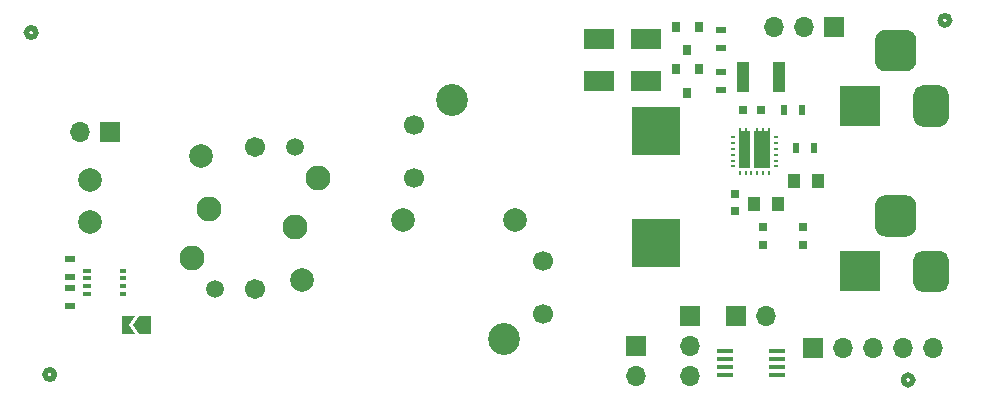
<source format=gts>
G04 #@! TF.GenerationSoftware,KiCad,Pcbnew,(5.1.6-0-10_14)*
G04 #@! TF.CreationDate,2021-10-29T19:35:58+09:00*
G04 #@! TF.ProjectId,peltier+relay,70656c74-6965-4722-9b72-656c61792e6b,rev?*
G04 #@! TF.SameCoordinates,Original*
G04 #@! TF.FileFunction,Soldermask,Top*
G04 #@! TF.FilePolarity,Negative*
%FSLAX46Y46*%
G04 Gerber Fmt 4.6, Leading zero omitted, Abs format (unit mm)*
G04 Created by KiCad (PCBNEW (5.1.6-0-10_14)) date 2021-10-29 19:35:58*
%MOMM*%
%LPD*%
G01*
G04 APERTURE LIST*
%ADD10C,0.475000*%
%ADD11C,0.100000*%
%ADD12O,1.700000X1.700000*%
%ADD13R,1.700000X1.700000*%
%ADD14R,2.500000X1.800000*%
%ADD15C,2.000000*%
%ADD16R,3.500000X3.500000*%
%ADD17C,2.700000*%
%ADD18C,1.700000*%
%ADD19C,2.108200*%
%ADD20C,2.006600*%
%ADD21C,1.701800*%
%ADD22C,1.498600*%
%ADD23R,4.100000X4.100000*%
%ADD24R,0.700000X0.420000*%
%ADD25R,0.540000X0.420000*%
%ADD26R,0.800000X0.900000*%
%ADD27R,0.450000X0.250000*%
%ADD28R,0.250000X0.450000*%
%ADD29R,1.450000X0.450000*%
%ADD30R,1.450000X0.400000*%
%ADD31R,1.000000X1.250000*%
%ADD32R,0.750000X0.800000*%
%ADD33R,0.800000X0.750000*%
%ADD34R,1.000000X2.500000*%
%ADD35R,0.900000X0.500000*%
%ADD36R,0.500000X0.900000*%
G04 APERTURE END LIST*
D10*
X100210000Y-83770000D02*
G75*
G03*
X100210000Y-83770000I-400000J0D01*
G01*
X101780000Y-112730000D02*
G75*
G03*
X101780000Y-112730000I-400000J0D01*
G01*
X174450000Y-113190000D02*
G75*
G03*
X174450000Y-113190000I-400000J0D01*
G01*
X177570000Y-82740000D02*
G75*
G03*
X177570000Y-82740000I-400000J0D01*
G01*
D11*
G36*
X161030000Y-92140000D02*
G01*
X162370000Y-92140000D01*
X162370000Y-95240000D01*
X161030000Y-95240000D01*
X161030000Y-92140000D01*
G37*
G36*
X159700000Y-92140000D02*
G01*
X160650000Y-92140000D01*
X160650000Y-95240000D01*
X159700000Y-95240000D01*
X159700000Y-92140000D01*
G37*
D12*
X176160000Y-110500000D03*
X173620000Y-110500000D03*
X171080000Y-110500000D03*
X168540000Y-110500000D03*
D13*
X166000000Y-110500000D03*
D14*
X151860000Y-87890000D03*
X147860000Y-87890000D03*
X151860000Y-84290000D03*
X147860000Y-84290000D03*
D15*
X104750000Y-99770000D03*
X104750000Y-96270000D03*
D12*
X162050000Y-107810000D03*
D13*
X159510000Y-107810000D03*
D12*
X155560000Y-112890000D03*
X155560000Y-110350000D03*
D13*
X155560000Y-107810000D03*
D16*
X170000000Y-104000000D03*
G36*
G01*
X177500000Y-103000000D02*
X177500000Y-105000000D01*
G75*
G02*
X176750000Y-105750000I-750000J0D01*
G01*
X175250000Y-105750000D01*
G75*
G02*
X174500000Y-105000000I0J750000D01*
G01*
X174500000Y-103000000D01*
G75*
G02*
X175250000Y-102250000I750000J0D01*
G01*
X176750000Y-102250000D01*
G75*
G02*
X177500000Y-103000000I0J-750000D01*
G01*
G37*
G36*
G01*
X174750000Y-98425000D02*
X174750000Y-100175000D01*
G75*
G02*
X173875000Y-101050000I-875000J0D01*
G01*
X172125000Y-101050000D01*
G75*
G02*
X171250000Y-100175000I0J875000D01*
G01*
X171250000Y-98425000D01*
G75*
G02*
X172125000Y-97550000I875000J0D01*
G01*
X173875000Y-97550000D01*
G75*
G02*
X174750000Y-98425000I0J-875000D01*
G01*
G37*
G36*
G01*
X174750000Y-84425000D02*
X174750000Y-86175000D01*
G75*
G02*
X173875000Y-87050000I-875000J0D01*
G01*
X172125000Y-87050000D01*
G75*
G02*
X171250000Y-86175000I0J875000D01*
G01*
X171250000Y-84425000D01*
G75*
G02*
X172125000Y-83550000I875000J0D01*
G01*
X173875000Y-83550000D01*
G75*
G02*
X174750000Y-84425000I0J-875000D01*
G01*
G37*
G36*
G01*
X177500000Y-89000000D02*
X177500000Y-91000000D01*
G75*
G02*
X176750000Y-91750000I-750000J0D01*
G01*
X175250000Y-91750000D01*
G75*
G02*
X174500000Y-91000000I0J750000D01*
G01*
X174500000Y-89000000D01*
G75*
G02*
X175250000Y-88250000I750000J0D01*
G01*
X176750000Y-88250000D01*
G75*
G02*
X177500000Y-89000000I0J-750000D01*
G01*
G37*
X170000000Y-90000000D03*
D17*
X139880000Y-109710000D03*
D18*
X143130000Y-107610000D03*
X143130000Y-103110000D03*
D15*
X140780000Y-99610000D03*
D17*
X135480000Y-89510000D03*
D18*
X132230000Y-91610000D03*
X132230000Y-96110000D03*
D15*
X131280000Y-99610000D03*
D19*
X114830000Y-98720000D03*
D20*
X114230000Y-94220000D03*
D21*
X118780000Y-93420000D03*
D22*
X122180000Y-93420000D03*
D19*
X124130000Y-96070000D03*
X122130000Y-100220000D03*
D20*
X122730000Y-104720000D03*
D21*
X118780000Y-105520000D03*
D22*
X115380000Y-105520000D03*
D19*
X113430000Y-102870000D03*
D23*
X152670000Y-92070000D03*
X152670000Y-101570000D03*
D24*
X104520000Y-103945000D03*
X104520000Y-104595000D03*
X104520000Y-105245000D03*
X104520000Y-105895000D03*
D25*
X107600000Y-105895000D03*
X107600000Y-105245000D03*
X107600000Y-104595000D03*
X107600000Y-103945000D03*
D26*
X156320000Y-86890000D03*
X154420000Y-86890000D03*
X155370000Y-88890000D03*
X155370000Y-85290000D03*
X154420000Y-83290000D03*
X156320000Y-83290000D03*
D27*
X162860000Y-95110000D03*
X162860000Y-94610000D03*
X162860000Y-94110000D03*
X162860000Y-93610000D03*
X162860000Y-93110000D03*
X162860000Y-92610000D03*
D28*
X162290000Y-92040000D03*
X161790000Y-92040000D03*
X161290000Y-92040000D03*
X160290000Y-92040000D03*
X159790000Y-92040000D03*
D27*
X159220000Y-92610000D03*
X159220000Y-93110000D03*
X159220000Y-93610000D03*
X159220000Y-94110000D03*
X159220000Y-94610000D03*
X159220000Y-95110000D03*
D28*
X159790000Y-95680000D03*
X160290000Y-95680000D03*
X160790000Y-95680000D03*
X161290000Y-95680000D03*
X161790000Y-95680000D03*
X162290000Y-95680000D03*
D29*
X158540000Y-112740000D03*
D30*
X158540000Y-112065000D03*
X158540000Y-111415000D03*
D29*
X158540000Y-110740000D03*
X162940000Y-110740000D03*
D30*
X162940000Y-111415000D03*
X162940000Y-112065000D03*
D29*
X162940000Y-112740000D03*
D12*
X151000000Y-112890000D03*
D13*
X151000000Y-110350000D03*
D12*
X162690010Y-83330008D03*
X165230010Y-83330008D03*
D13*
X167770010Y-83330008D03*
D31*
X163050000Y-98300000D03*
X161050000Y-98300000D03*
X164400000Y-96300000D03*
X166400000Y-96300000D03*
D32*
X159390000Y-98910000D03*
X159390000Y-97410000D03*
D33*
X160090000Y-90360000D03*
X161590000Y-90360000D03*
D34*
X160090000Y-87510000D03*
X163090000Y-87510000D03*
D35*
X103130000Y-106890000D03*
X103130000Y-105390000D03*
D36*
X165090000Y-90310000D03*
X163590000Y-90310000D03*
X164590000Y-93510000D03*
X166090000Y-93510000D03*
D35*
X158240000Y-88640000D03*
X158240000Y-87140000D03*
X103130000Y-104440000D03*
X103130000Y-102940000D03*
X158240000Y-85040000D03*
X158240000Y-83540000D03*
D12*
X103940000Y-92160000D03*
D13*
X106480000Y-92160000D03*
D32*
X161790000Y-100250000D03*
X161790000Y-101750000D03*
X165165001Y-101750000D03*
X165165001Y-100250000D03*
D11*
G36*
X107465000Y-107800000D02*
G01*
X108615000Y-107800000D01*
X108115000Y-108550000D01*
X108615000Y-109300000D01*
X107465000Y-109300000D01*
X107465000Y-107800000D01*
G37*
G36*
X108415000Y-108550000D02*
G01*
X108915000Y-107800000D01*
X109915000Y-107800000D01*
X109915000Y-109300000D01*
X108915000Y-109300000D01*
X108415000Y-108550000D01*
G37*
M02*

</source>
